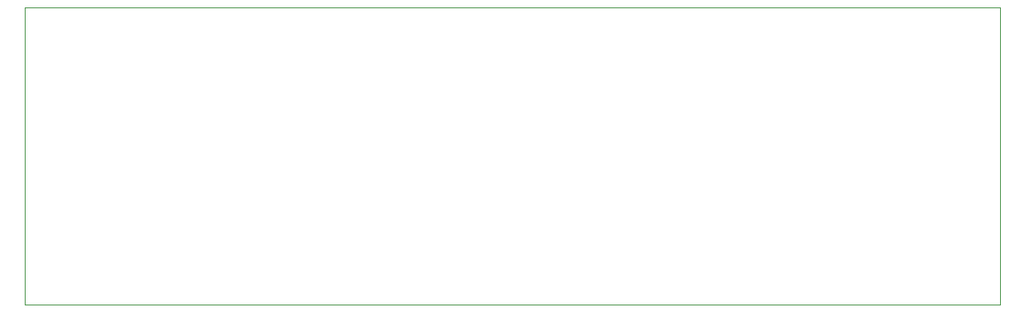
<source format=gbo>
G75*
G70*
%OFA0B0*%
%FSLAX24Y24*%
%IPPOS*%
%LPD*%
%AMOC8*
5,1,8,0,0,1.08239X$1,22.5*
%
%ADD10C,0.0000*%
D10*
X000300Y006368D02*
X000300Y018368D01*
X039670Y018368D01*
X039670Y006368D01*
X000300Y006368D01*
M02*

</source>
